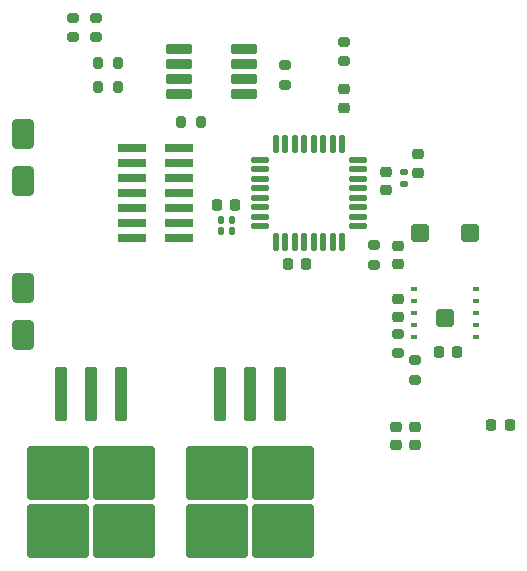
<source format=gbr>
%TF.GenerationSoftware,KiCad,Pcbnew,9.0.4*%
%TF.CreationDate,2025-11-05T17:51:59+01:00*%
%TF.ProjectId,FliperKAd,466c6970-6572-44b4-9164-2e6b69636164,rev?*%
%TF.SameCoordinates,Original*%
%TF.FileFunction,Paste,Top*%
%TF.FilePolarity,Positive*%
%FSLAX46Y46*%
G04 Gerber Fmt 4.6, Leading zero omitted, Abs format (unit mm)*
G04 Created by KiCad (PCBNEW 9.0.4) date 2025-11-05 17:51:59*
%MOMM*%
%LPD*%
G01*
G04 APERTURE LIST*
G04 Aperture macros list*
%AMRoundRect*
0 Rectangle with rounded corners*
0 $1 Rounding radius*
0 $2 $3 $4 $5 $6 $7 $8 $9 X,Y pos of 4 corners*
0 Add a 4 corners polygon primitive as box body*
4,1,4,$2,$3,$4,$5,$6,$7,$8,$9,$2,$3,0*
0 Add four circle primitives for the rounded corners*
1,1,$1+$1,$2,$3*
1,1,$1+$1,$4,$5*
1,1,$1+$1,$6,$7*
1,1,$1+$1,$8,$9*
0 Add four rect primitives between the rounded corners*
20,1,$1+$1,$2,$3,$4,$5,0*
20,1,$1+$1,$4,$5,$6,$7,0*
20,1,$1+$1,$6,$7,$8,$9,0*
20,1,$1+$1,$8,$9,$2,$3,0*%
G04 Aperture macros list end*
%ADD10RoundRect,0.250000X-2.375000X2.025000X-2.375000X-2.025000X2.375000X-2.025000X2.375000X2.025000X0*%
%ADD11RoundRect,0.250000X-0.300000X2.050000X-0.300000X-2.050000X0.300000X-2.050000X0.300000X2.050000X0*%
%ADD12RoundRect,0.200000X0.275000X-0.200000X0.275000X0.200000X-0.275000X0.200000X-0.275000X-0.200000X0*%
%ADD13RoundRect,0.225000X-0.250000X0.225000X-0.250000X-0.225000X0.250000X-0.225000X0.250000X0.225000X0*%
%ADD14RoundRect,0.140000X-0.140000X-0.170000X0.140000X-0.170000X0.140000X0.170000X-0.140000X0.170000X0*%
%ADD15RoundRect,0.225000X0.250000X-0.225000X0.250000X0.225000X-0.250000X0.225000X-0.250000X-0.225000X0*%
%ADD16RoundRect,0.218750X-0.256250X0.218750X-0.256250X-0.218750X0.256250X-0.218750X0.256250X0.218750X0*%
%ADD17RoundRect,0.225000X-0.225000X-0.250000X0.225000X-0.250000X0.225000X0.250000X-0.225000X0.250000X0*%
%ADD18RoundRect,0.200000X-0.275000X0.200000X-0.275000X-0.200000X0.275000X-0.200000X0.275000X0.200000X0*%
%ADD19RoundRect,0.250000X-0.650000X1.000000X-0.650000X-1.000000X0.650000X-1.000000X0.650000X1.000000X0*%
%ADD20RoundRect,0.200000X0.200000X0.275000X-0.200000X0.275000X-0.200000X-0.275000X0.200000X-0.275000X0*%
%ADD21RoundRect,0.140000X-0.170000X0.140000X-0.170000X-0.140000X0.170000X-0.140000X0.170000X0.140000X0*%
%ADD22RoundRect,0.218750X0.256250X-0.218750X0.256250X0.218750X-0.256250X0.218750X-0.256250X-0.218750X0*%
%ADD23R,2.400000X0.740000*%
%ADD24RoundRect,0.125000X0.125000X-0.625000X0.125000X0.625000X-0.125000X0.625000X-0.125000X-0.625000X0*%
%ADD25RoundRect,0.125000X0.625000X-0.125000X0.625000X0.125000X-0.625000X0.125000X-0.625000X-0.125000X0*%
%ADD26RoundRect,0.117000X1.023000X-0.273000X1.023000X0.273000X-1.023000X0.273000X-1.023000X-0.273000X0*%
%ADD27RoundRect,0.200000X-0.200000X-0.275000X0.200000X-0.275000X0.200000X0.275000X-0.200000X0.275000X0*%
%ADD28RoundRect,0.060000X0.190000X-0.140000X0.190000X0.140000X-0.190000X0.140000X-0.190000X-0.140000X0*%
%ADD29RoundRect,0.225000X0.525000X-0.525000X0.525000X0.525000X-0.525000X0.525000X-0.525000X-0.525000X0*%
%ADD30RoundRect,0.225000X0.225000X0.250000X-0.225000X0.250000X-0.225000X-0.250000X0.225000X-0.250000X0*%
G04 APERTURE END LIST*
D10*
%TO.C,Q2*%
X207775000Y-103725000D03*
X202225000Y-103725000D03*
X207775000Y-108575000D03*
X202225000Y-108575000D03*
D11*
X207540000Y-97000000D03*
X205000000Y-97000000D03*
X202460000Y-97000000D03*
%TD*%
D10*
%TO.C,Q1*%
X194315000Y-103725000D03*
X188765000Y-103725000D03*
X194315000Y-108575000D03*
X188765000Y-108575000D03*
D11*
X194080000Y-97000000D03*
X191540000Y-97000000D03*
X189000000Y-97000000D03*
%TD*%
D12*
%TO.C,R8*%
X208000000Y-70825000D03*
X208000000Y-69175000D03*
%TD*%
D13*
%TO.C,C2*%
X217500000Y-88975000D03*
X217500000Y-90525000D03*
%TD*%
%TO.C,C6*%
X216500000Y-78225000D03*
X216500000Y-79775000D03*
%TD*%
D14*
%TO.C,C10*%
X202520000Y-83250000D03*
X203480000Y-83250000D03*
%TD*%
D13*
%TO.C,C4*%
X217500000Y-84475000D03*
X217500000Y-86025000D03*
%TD*%
D15*
%TO.C,C12*%
X219000000Y-101375000D03*
X219000000Y-99825000D03*
%TD*%
D12*
%TO.C,R1*%
X213000000Y-68862500D03*
X213000000Y-67212500D03*
%TD*%
D16*
%TO.C,D1*%
X213000000Y-71212500D03*
X213000000Y-72787500D03*
%TD*%
D17*
%TO.C,C3*%
X221000000Y-93500000D03*
X222550000Y-93500000D03*
%TD*%
D18*
%TO.C,R3*%
X217500000Y-91925000D03*
X217500000Y-93575000D03*
%TD*%
D19*
%TO.C,D3*%
X185800000Y-88000000D03*
X185800000Y-92000000D03*
%TD*%
D15*
%TO.C,C5*%
X217400000Y-101375000D03*
X217400000Y-99825000D03*
%TD*%
D20*
%TO.C,R7*%
X200825000Y-74000000D03*
X199175000Y-74000000D03*
%TD*%
D21*
%TO.C,C8*%
X218000000Y-78250000D03*
X218000000Y-79210000D03*
%TD*%
D22*
%TO.C,L2*%
X219250000Y-78287500D03*
X219250000Y-76712500D03*
%TD*%
D12*
%TO.C,R12*%
X190000000Y-66825000D03*
X190000000Y-65175000D03*
%TD*%
D17*
%TO.C,C1*%
X225425000Y-99600000D03*
X226975000Y-99600000D03*
%TD*%
D23*
%TO.C,J2*%
X195050000Y-76190000D03*
X198950000Y-76190000D03*
X195050000Y-77460000D03*
X198950000Y-77460000D03*
X195050000Y-78730000D03*
X198950000Y-78730000D03*
X195050000Y-80000000D03*
X198950000Y-80000000D03*
X195050000Y-81270000D03*
X198950000Y-81270000D03*
X195050000Y-82540000D03*
X198950000Y-82540000D03*
X195050000Y-83810000D03*
X198950000Y-83810000D03*
%TD*%
D24*
%TO.C,U1*%
X207200000Y-84175000D03*
X208000000Y-84175000D03*
X208800000Y-84175000D03*
X209600000Y-84175000D03*
X210400000Y-84175000D03*
X211200000Y-84175000D03*
X212000000Y-84175000D03*
X212800000Y-84175000D03*
D25*
X214175000Y-82800000D03*
X214175000Y-82000000D03*
X214175000Y-81200000D03*
X214175000Y-80400000D03*
X214175000Y-79600000D03*
X214175000Y-78800000D03*
X214175000Y-78000000D03*
X214175000Y-77200000D03*
D24*
X212800000Y-75825000D03*
X212000000Y-75825000D03*
X211200000Y-75825000D03*
X210400000Y-75825000D03*
X209600000Y-75825000D03*
X208800000Y-75825000D03*
X208000000Y-75825000D03*
X207200000Y-75825000D03*
D25*
X205825000Y-77200000D03*
X205825000Y-78000000D03*
X205825000Y-78800000D03*
X205825000Y-79600000D03*
X205825000Y-80400000D03*
X205825000Y-81200000D03*
X205825000Y-82000000D03*
X205825000Y-82800000D03*
%TD*%
D17*
%TO.C,C7*%
X202225000Y-81000000D03*
X203775000Y-81000000D03*
%TD*%
D14*
%TO.C,C9*%
X202520000Y-82250000D03*
X203480000Y-82250000D03*
%TD*%
D26*
%TO.C,U4*%
X204490000Y-71620000D03*
X204500000Y-70350000D03*
X204520000Y-69080000D03*
X204530000Y-67810000D03*
X199030000Y-67810000D03*
X199020000Y-69080000D03*
X199000000Y-70350000D03*
X198990000Y-71620000D03*
%TD*%
D27*
%TO.C,R10*%
X192175000Y-71000000D03*
X193825000Y-71000000D03*
%TD*%
D18*
%TO.C,R5*%
X219000000Y-94175000D03*
X219000000Y-95825000D03*
%TD*%
D28*
%TO.C,U3*%
X218900000Y-92150000D03*
X218900000Y-91150000D03*
X218900000Y-90150000D03*
X218900000Y-89150000D03*
X218900000Y-88150000D03*
D29*
X219400000Y-83400000D03*
X223600000Y-83400000D03*
D28*
X224100000Y-88150000D03*
X224100000Y-89150000D03*
X224100000Y-90150000D03*
X224100000Y-91150000D03*
X224100000Y-92150000D03*
D29*
X221500000Y-90550000D03*
%TD*%
D19*
%TO.C,D2*%
X185800000Y-75000000D03*
X185800000Y-79000000D03*
%TD*%
D12*
%TO.C,R9*%
X192000000Y-66825000D03*
X192000000Y-65175000D03*
%TD*%
D18*
%TO.C,R4*%
X215500000Y-84425000D03*
X215500000Y-86075000D03*
%TD*%
D30*
%TO.C,C11*%
X209775000Y-86000000D03*
X208225000Y-86000000D03*
%TD*%
D27*
%TO.C,R11*%
X192175000Y-69000000D03*
X193825000Y-69000000D03*
%TD*%
M02*

</source>
